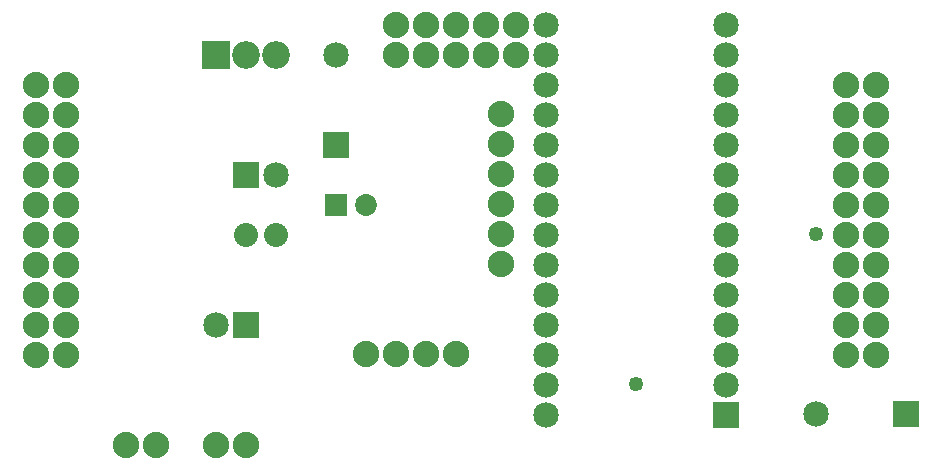
<source format=gts>
G04 MADE WITH FRITZING*
G04 WWW.FRITZING.ORG*
G04 DOUBLE SIDED*
G04 HOLES PLATED*
G04 CONTOUR ON CENTER OF CONTOUR VECTOR*
%ASAXBY*%
%FSLAX23Y23*%
%MOIN*%
%OFA0B0*%
%SFA1.0B1.0*%
%ADD10C,0.088000*%
%ADD11C,0.085000*%
%ADD12C,0.092000*%
%ADD13C,0.080000*%
%ADD14C,0.049370*%
%ADD15C,0.072992*%
%ADD16R,0.085000X0.085000*%
%ADD17R,0.092000X0.092000*%
%ADD18R,0.072992X0.072992*%
%LNMASK1*%
G90*
G70*
G54D10*
X110Y1311D03*
X110Y1211D03*
X110Y1111D03*
X110Y1011D03*
X110Y911D03*
X110Y811D03*
X110Y711D03*
X110Y611D03*
X110Y511D03*
X110Y411D03*
X110Y1311D03*
X110Y1211D03*
X110Y1111D03*
X110Y1011D03*
X110Y911D03*
X110Y811D03*
X110Y711D03*
X110Y611D03*
X110Y511D03*
X110Y411D03*
X210Y411D03*
X210Y511D03*
X210Y611D03*
X210Y711D03*
X210Y811D03*
X210Y911D03*
X210Y1011D03*
X210Y1111D03*
X210Y1211D03*
X210Y1311D03*
X1310Y1411D03*
X1410Y1411D03*
X1510Y1411D03*
X1610Y1411D03*
X1710Y1411D03*
X1310Y1411D03*
X1410Y1411D03*
X1510Y1411D03*
X1610Y1411D03*
X1710Y1411D03*
X1710Y1511D03*
X1610Y1511D03*
X1510Y1511D03*
X1410Y1511D03*
X1310Y1511D03*
X2910Y411D03*
X2910Y511D03*
X2910Y611D03*
X2910Y711D03*
X2910Y811D03*
X2910Y911D03*
X2910Y1011D03*
X2910Y1111D03*
X2910Y1211D03*
X2910Y1311D03*
X2910Y411D03*
X2910Y511D03*
X2910Y611D03*
X2910Y711D03*
X2910Y811D03*
X2910Y911D03*
X2910Y1011D03*
X2910Y1111D03*
X2910Y1211D03*
X2910Y1311D03*
X2810Y1311D03*
X2810Y1211D03*
X2810Y1111D03*
X2810Y1011D03*
X2810Y911D03*
X2810Y811D03*
X2810Y711D03*
X2810Y611D03*
X2810Y511D03*
X2810Y411D03*
G54D11*
X2410Y211D03*
X1810Y211D03*
X2410Y311D03*
X1810Y311D03*
X2410Y411D03*
X1810Y411D03*
X2410Y511D03*
X1810Y511D03*
X2410Y611D03*
X1810Y611D03*
X2410Y711D03*
X1810Y711D03*
X2410Y811D03*
X1810Y811D03*
X2410Y911D03*
X1810Y911D03*
X2410Y1011D03*
X1810Y1011D03*
X2410Y1111D03*
X1810Y1111D03*
X2410Y1211D03*
X1810Y1211D03*
X2410Y1311D03*
X1810Y1311D03*
X2410Y1411D03*
X1810Y1411D03*
X2410Y1511D03*
X1810Y1511D03*
G54D10*
X1511Y412D03*
X1411Y412D03*
X1311Y412D03*
X1211Y412D03*
G54D12*
X710Y1411D03*
X810Y1411D03*
X910Y1411D03*
G54D10*
X810Y111D03*
X710Y111D03*
G54D11*
X810Y511D03*
X710Y511D03*
X810Y1011D03*
X910Y1011D03*
G54D13*
X810Y811D03*
X910Y811D03*
G54D10*
X410Y111D03*
X510Y111D03*
G54D11*
X1110Y1111D03*
X1110Y1411D03*
X3011Y212D03*
X2711Y212D03*
G54D14*
X2111Y312D03*
G54D10*
X1661Y1212D03*
X1661Y1112D03*
X1661Y1012D03*
X1661Y912D03*
X1661Y812D03*
X1661Y712D03*
G54D15*
X1112Y911D03*
X1210Y911D03*
G54D14*
X2711Y812D03*
G54D16*
X2410Y211D03*
G54D17*
X710Y1411D03*
G54D16*
X810Y511D03*
X810Y1011D03*
X1110Y1111D03*
X3011Y212D03*
G54D18*
X1112Y911D03*
G04 End of Mask1*
M02*
</source>
